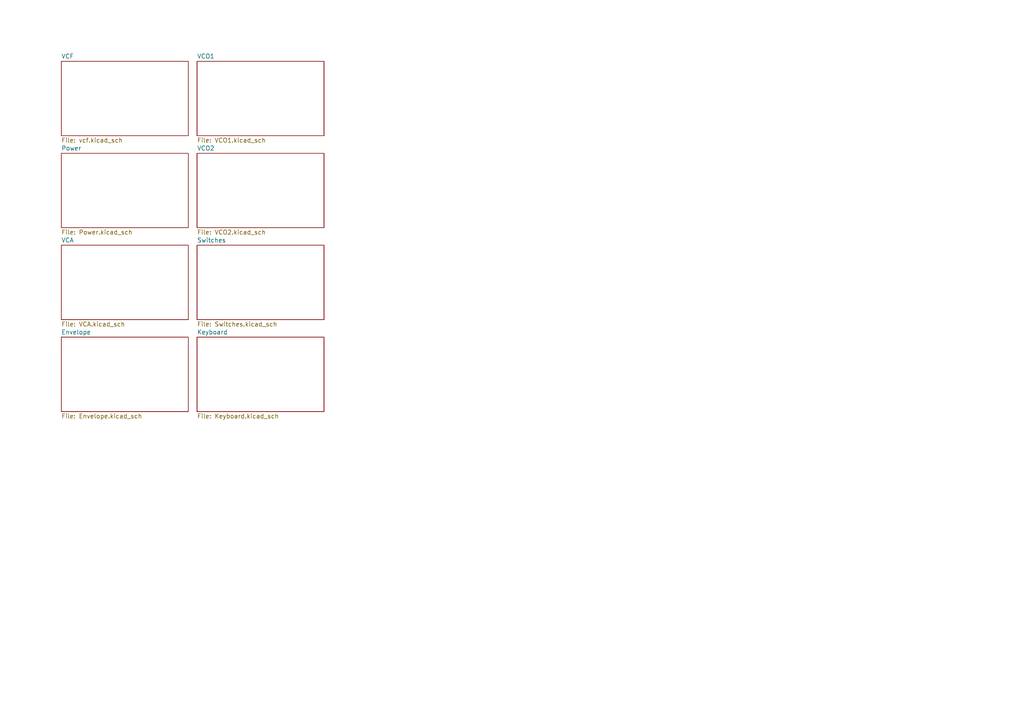
<source format=kicad_sch>
(kicad_sch (version 20230121) (generator eeschema)
  (paper "A4")
  (lib_symbols)
  (sheet (at 17.78 17.78) (size 36.83 21.59)
    (property "Sheetname" "VCF" (at 17.78 17.0684 0) (effects (justify left bottom)))
    (property "Sheetfile" "vcf.kicad_sch" (at 17.78 39.9546 0) (effects (justify left top)))
  )
  (sheet (at 17.78 44.45) (size 36.83 21.59)
    (property "Sheetname" "Power" (at 17.78 43.7384 0) (effects (justify left bottom)))
    (property "Sheetfile" "Power.kicad_sch" (at 17.78 66.6246 0) (effects (justify left top)))
  )
  (sheet (at 17.78 71.12) (size 36.83 21.59)
    (property "Sheetname" "VCA" (at 17.78 70.4084 0) (effects (justify left bottom)))
    (property "Sheetfile" "VCA.kicad_sch" (at 17.78 93.2946 0) (effects (justify left top)))
  )
  (sheet (at 57.15 17.78) (size 36.83 21.59)
    (property "Sheetname" "VCO1" (at 57.15 17.0684 0) (effects (justify left bottom)))
    (property "Sheetfile" "VCO1.kicad_sch" (at 57.15 39.9546 0) (effects (justify left top)))
  )
  (sheet (at 57.15 44.45) (size 36.83 21.59)
    (property "Sheetname" "VCO2" (at 57.15 43.7384 0) (effects (justify left bottom)))
    (property "Sheetfile" "VCO2.kicad_sch" (at 57.15 66.6246 0) (effects (justify left top)))
  )
  (sheet (at 57.15 71.12) (size 36.83 21.59)
    (property "Sheetname" "Switches" (at 57.15 70.4084 0) (effects (justify left bottom)))
    (property "Sheetfile" "Switches.kicad_sch" (at 57.15 93.2946 0) (effects (justify left top)))
  )
  (sheet (at 17.78 97.79) (size 36.83 21.59)
    (property "Sheetname" "Envelope" (at 17.78 97.0784 0) (effects (justify left bottom)))
    (property "Sheetfile" "Envelope.kicad_sch" (at 17.78 119.9646 0) (effects (justify left top)))
  )
  (sheet (at 57.15 97.79) (size 36.83 21.59)
    (property "Sheetname" "Keyboard" (at 57.15 97.0784 0) (effects (justify left bottom)))
    (property "Sheetfile" "Keyboard.kicad_sch" (at 57.15 119.9646 0) (effects (justify left top)))
  )
)
</source>
